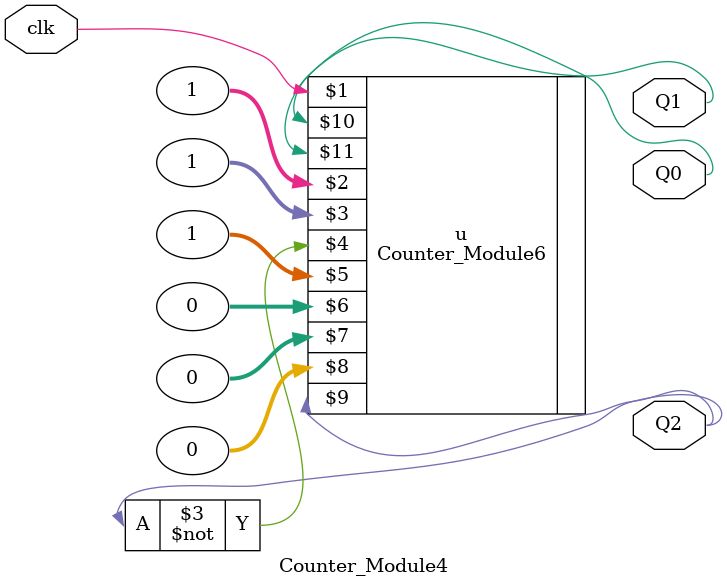
<source format=v>
`timescale 1ns / 1ps


module Counter_Module4(
    input clk,
    output Q2, Q1, Q0
    );
    Counter_Module6 u(clk, 1, 1, ~Q2, 1, 0, 0, 0, Q2, Q1, Q0);
endmodule

</source>
